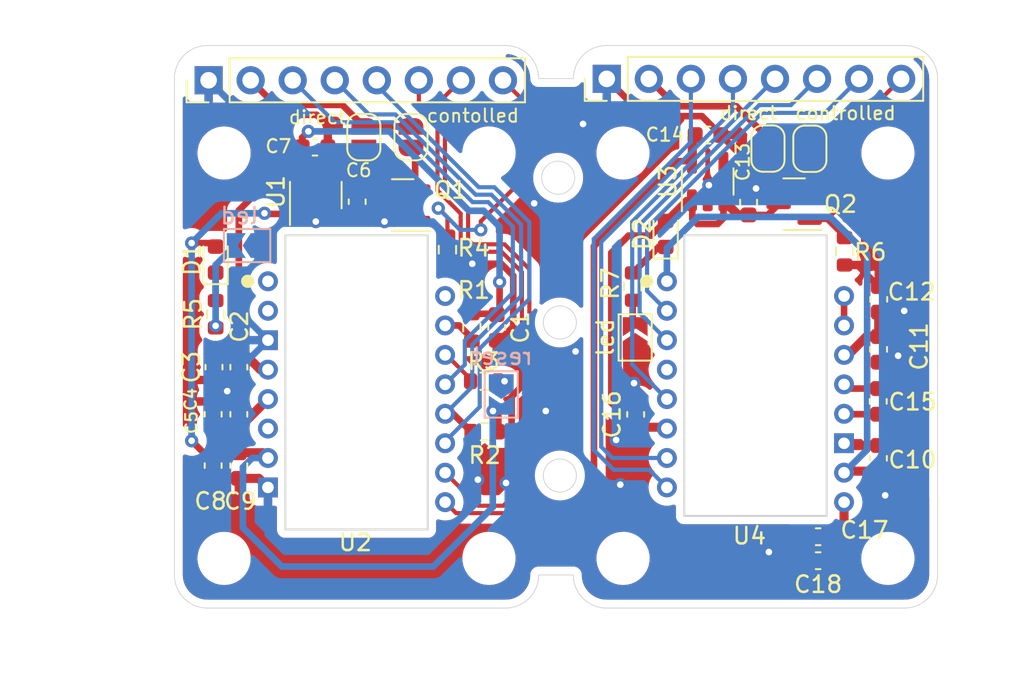
<source format=kicad_pcb>
(kicad_pcb (version 20211014) (generator pcbnew)
  (layers (0 "F.Cu" signal) (31 "B.Cu" signal) (34 "B.Paste" user) (35 "F.Paste" user) (36 "B.SilkS" user "B.Silkscreen") (37 "F.SilkS" user "F.Silkscreen") (38 "B.Mask" user) (39 "F.Mask" user) (44 "Edge.Cuts" user))
  (net 0 "")
  (net 1 "+1V8")
  (net 2 "GND")
  (net 3 "Net-(C4-Pad1)")
  (net 4 "+3.3VA")
  (net 5 "Net-(C10-Pad1)")
  (net 6 "+1V9")
  (net 7 "VCC_OUT")
  (net 8 "Net-(C15-Pad1)")
  (net 9 "Net-(C15-Pad2)")
  (net 10 "Net-(C17-Pad1)")
  (net 11 "Net-(D1-Pad1)")
  (net 12 "Net-(D2-Pad1)")
  (net 13 "+3V3")
  (net 14 "NCS")
  (net 15 "MISO")
  (net 16 "MOSI")
  (net 17 "SCLK")
  (net 18 "MOTION")
  (net 19 "VCC")
  (net 20 "NCS_2")
  (net 21 "SDIO_2")
  (net 22 "SCLK_2")
  (net 23 "RESET_2")
  (net 24 "MOTION_2")
  (net 25 "VCC_CUT")
  (net 26 "Net-(JP2-Pad1)")
  (net 27 "Net-(JP3-Pad2)")
  (net 28 "Net-(JP4-Pad2)")
  (net 29 "Net-(JP6-Pad2)")
  (net 30 "Net-(JP7-Pad2)")
  (net 31 "+3V3_CUT")
  (net 32 "Net-(R1-Pad2)")
  (net 33 "Net-(R3-Pad2)")
  (net 37 "Net-(U4-Pad15)")
  (footprint "Resistor_SMD:R_0603_1608Metric" (layer "F.Cu") (at 97.41 116.5 180)
    (fp_text reference "R2")
    (fp_text value "10k" hide)
  )
  (footprint "Package_TO_SOT_SMD:SOT-23-5" (layer "F.Cu") (at 87.21 102.2 90)
    (fp_text reference "U1")
    (fp_text value "TCR2EF19" hide)
  )
  (footprint "Resistor_SMD:R_0603_1608Metric" (layer "F.Cu") (at 95.16 105.5 90)
    (fp_text reference "R4")
    (fp_text value "2M" hide)
  )
  (footprint "Resistor_SMD:R_0603_1608Metric" (layer "F.Cu") (at 97.385 113.45 180)
    (fp_text reference "R3")
    (fp_text value "2M" hide)
  )
  (footprint "Package_TO_SOT_SMD:SOT-23-5" (layer "F.Cu") (at 110.88 101.38 90)
    (fp_text reference "U3")
    (fp_text value "TCR2EF19")
  )
  (footprint "Package_TO_SOT_SMD:SOT-23" (layer "F.Cu") (at 92.46 102.8 180)
    (fp_text reference "Q1")
    (fp_text value "AO3401A" hide)
  )
  (footprint "Jumper:SolderJumper-2_P1.3mm_Open_RoundedPad1.0x1.5mm" (layer "F.Cu") (at 117.05 99.4 -90)
    (fp_text reference "controlled")
    (fp_text value "SolderJumper_2_Open" hide)
  )
  (footprint "Capacitor_SMD:C_0603_1608Metric" (layer "F.Cu") (at 87.16 99.3)
    (fp_text reference "C7")
    (fp_text value "1u" hide)
  )
  (footprint "Capacitor_SMD:C_0603_1608Metric" (layer "F.Cu") (at 121.18 114.67 -90)
    (fp_text reference "C15")
    (fp_text value " 100n (X7R)")
  )
  (footprint "mylib:PMW3610" (layer "F.Cu") (at 108.416 107.41)
    (fp_text reference "U4")
    (fp_text value "PMW3610")
    (fp_line (start 1.05 14.18) (end 9.65 14.18) (layer "Edge.Cuts") (width 0.12))
    (fp_line (start 9.65 -2.78) (end 9.65 14.18) (layer "Edge.Cuts") (width 0.12))
    (fp_line (start 1.05 -2.78) (end 9.65 -2.78) (layer "Edge.Cuts") (width 0.12))
    (fp_line (start 1.05 -2.78) (end 1.05 14.18) (layer "Edge.Cuts") (width 0.12))
  )
  (footprint "Capacitor_SMD:C_0603_1608Metric" (layer "F.Cu") (at 117.55 124.3 180)
    (fp_text reference "C18")
    (fp_text value " 10n (X7R)")
  )
  (footprint "Capacitor_SMD:C_0603_1608Metric" (layer "F.Cu") (at 110.9 98.57)
    (fp_text reference "C14")
    (fp_text value "1u" hide)
  )
  (footprint "Capacitor_SMD:C_0603_1608Metric" (layer "F.Cu") (at 82.56 115.45 90)
    (fp_text reference "C5")
    (fp_text value "4.7u" hide)
  )
  (footprint "Capacitor_SMD:C_0603_1608Metric" (layer "F.Cu") (at 113.35 102.625 -90)
    (fp_text reference "C13")
    (fp_text value "0.1u" hide)
  )
  (footprint "Jumper:SolderJumper-2_P1.3mm_Open_RoundedPad1.0x1.5mm" (layer "F.Cu") (at 92.96 98.7 -90)
    (fp_text reference "contolled")
    (fp_text value "SolderJumper_2_Open")
  )
  (footprint "Capacitor_SMD:C_0603_1608Metric" (layer "F.Cu") (at 89.71 102.6 90)
    (fp_text reference "C6")
    (fp_text value "0.1u" hide)
  )
  (footprint "MountingHole:MountingHole_2.2mm_M2" (layer "F.Cu") (at 81.67 99.66)
    (fp_text reference "REF**" hide)
    (fp_text value "MountingHole_2.2mm_M2" hide)
  )
  (footprint "MountingHole:MountingHole_2.2mm_M2" (layer "F.Cu") (at 97.67 99.66)
    (fp_text reference "REF**" hide)
    (fp_text value "MountingHole_2.2mm_M2" hide)
  )
  (footprint "Package_TO_SOT_SMD:SOT-23" (layer "F.Cu") (at 116.1 102.75 180)
    (fp_text reference "Q2")
    (fp_text value "AO3401A" hide)
  )
  (footprint "Capacitor_SMD:C_0603_1608Metric" (layer "F.Cu") (at 121.19 118.11 90)
    (fp_text reference "C10")
    (fp_text value "10n")
  )
  (footprint "MountingHole:MountingHole_2.2mm_M2" (layer "F.Cu") (at 81.67 124.16)
    (fp_text reference "REF**" hide)
    (fp_text value "MountingHole_2.2mm_M2" hide)
  )
  (footprint "Connector_PinHeader_2.54mm:PinHeader_1x08_P2.54mm_Vertical" (layer "F.Cu") (at 80.735 95.26 90)
    (fp_text reference "J1" hide)
    (fp_text value "Conn_01x08" hide)
  )
  (footprint "MountingHole:MountingHole_2.2mm_M2" (layer "F.Cu") (at 121.766 99.66)
    (fp_text reference "REF**" hide)
    (fp_text value "MountingHole_2.2mm_M2" hide)
  )
  (footprint "Capacitor_SMD:C_0603_1608Metric" (layer "F.Cu") (at 81.01 118.55 -90)
    (fp_text reference "C8")
    (fp_text value "0.1u" hide)
  )
  (footprint "Connector_PinHeader_2.54mm:PinHeader_1x08_P2.54mm_Vertical" (layer "F.Cu") (at 104.785 95.175 90)
    (fp_text reference "J2" hide)
    (fp_text value "Conn_01x08" hide)
  )
  (footprint "Capacitor_SMD:C_0603_1608Metric" (layer "F.Cu") (at 98.135 110.2 -90)
    (fp_text reference "C1")
    (fp_text value "33u" hide)
  )
  (footprint "Resistor_SMD:R_0603_1608Metric" (layer "F.Cu") (at 106.35 107.73 -90)
    (fp_text reference "R7")
    (fp_text value "100")
  )
  (footprint "Jumper:SolderJumper-2_P1.3mm_Open_TrianglePad1.0x1.5mm" (layer "F.Cu") (at 106.5 110.805 90)
    (fp_text reference "led")
    (fp_text value "SolderJumper_2_Open")
  )
  (footprint "Capacitor_SMD:C_0603_1608Metric" (layer "F.Cu") (at 81.06 112.6 -90)
    (fp_text reference "C3")
    (fp_text value "10u" hide)
  )
  (footprint "Capacitor_SMD:C_0603_1608Metric" (layer "F.Cu") (at 117.55 122.85 180)
    (fp_text reference "C17")
    (fp_text value " 10u (X7R)")
  )
  (footprint "MountingHole:MountingHole_2.2mm_M2" (layer "F.Cu") (at 121.766 124.16)
    (fp_text reference "REF**" hide)
    (fp_text value "MountingHole_2.2mm_M2" hide)
  )
  (footprint "LED_SMD:LED_0603_1608Metric" (layer "F.Cu") (at 81.16 106.1 90)
    (fp_text reference "D1")
    (fp_text value "Orange" hide)
  )
  (footprint "Resistor_SMD:R_0603_1608Metric" (layer "F.Cu") (at 96.635 110.2 -90)
    (fp_text reference "R1")
    (fp_text value "5.6" hide)
  )
  (footprint "Capacitor_SMD:C_0603_1608Metric" (layer "F.Cu") (at 106.53 115.455 90)
    (fp_text reference "C16")
    (fp_text value "100n")
  )
  (footprint "Jumper:SolderJumper-2_P1.3mm_Open_RoundedPad1.0x1.5mm" (layer "F.Cu") (at 90.11 98.7 -90)
    (fp_text reference "direct")
    (fp_text value "SolderJumper_2_Open")
  )
  (footprint "Capacitor_SMD:C_0603_1608Metric" (layer "F.Cu") (at 81.01 115.45 90)
    (fp_text reference "C4")
    (fp_text value "0.1u" hide)
  )
  (footprint "MountingHole:MountingHole_2.2mm_M2" (layer "F.Cu") (at 97.67 124.16)
    (fp_text reference "REF**" hide)
    (fp_text value "MountingHole_2.2mm_M2" hide)
  )
  (footprint "mylib:PAW3395" (layer "F.Cu") (at 84.32 107.41)
    (fp_text reference "U2")
    (fp_text value "PAW3395")
    (fp_line (start 1.05 -2.78) (end 1.05 15) (layer "Edge.Cuts") (width 0.12))
    (fp_line (start 1.05 -2.78) (end 9.65 -2.78) (layer "Edge.Cuts") (width 0.12))
    (fp_line (start 1.05 15) (end 9.65 15) (layer "Edge.Cuts") (width 0.12))
    (fp_line (start 9.65 -2.78) (end 9.65 15) (layer "Edge.Cuts") (width 0.12))
  )
  (footprint "Capacitor_SMD:C_0603_1608Metric" (layer "F.Cu") (at 121.21 108.5 90)
    (fp_text reference "C12")
    (fp_text value "3.3u/16V")
  )
  (footprint "Capacitor_SMD:C_0603_1608Metric" (layer "F.Cu") (at 121.2 111.525 -90)
    (fp_text reference "C11")
    (fp_text value "100n")
  )
  (footprint "Capacitor_SMD:C_0603_1608Metric" (layer "F.Cu") (at 82.56 112.6 -90)
    (fp_text reference "C2")
    (fp_text value "0.1u" hide)
  )
  (footprint "Resistor_SMD:R_0603_1608Metric" (layer "F.Cu") (at 119.15 105.6 90)
    (fp_text reference "R6")
    (fp_text value "2M" hide)
  )
  (footprint "Resistor_SMD:R_0603_1608Metric" (layer "F.Cu") (at 81.16 109.4 -90)
    (fp_text reference "R5")
    (fp_text value "100" hide)
  )
  (footprint "Jumper:SolderJumper-2_P1.3mm_Open_RoundedPad1.0x1.5mm" (layer "F.Cu") (at 114.52 99.39 -90)
    (fp_text reference "direct")
    (fp_text value "SolderJumper_2_Open" hide)
  )
  (footprint "LED_SMD:LED_0603_1608Metric" (layer "F.Cu") (at 108.34 104.55 90)
    (fp_text reference "D2")
    (fp_text value "Orange")
  )
  (footprint "Capacitor_SMD:C_0603_1608Metric" (layer "F.Cu") (at 82.56 118.55 -90)
    (fp_text reference "C9")
    (fp_text value "10u" hide)
  )
  (footprint "MountingHole:MountingHole_2.2mm_M2" (layer "F.Cu") (at 105.766 124.16)
    (fp_text reference "REF**" hide)
    (fp_text value "MountingHole_2.2mm_M2" hide)
  )
  (footprint "MountingHole:MountingHole_2.2mm_M2" (layer "F.Cu") (at 105.766 99.66)
    (fp_text reference "REF**" hide)
    (fp_text value "MountingHole_2.2mm_M2" hide)
  )
  (footprint "Jumper:SolderJumper-2_P1.3mm_Open_TrianglePad1.0x1.5mm" (layer "B.Cu") (at 98.41 114.25 -90)
    (fp_text reference "reset")
    (fp_text value "SolderJumper_2_Open" hide)
  )
  (footprint "Jumper:SolderJumper-2_P1.3mm_Open_TrianglePad1.0x1.5mm" (layer "B.Cu") (at 83.06 105.25 180)
    (fp_text reference "led")
    (fp_text value "SolderJumper_2_Open" hide)
  )
  (gr_line (start 104.766 93.16) (end 122.766 93.16) (layer "Edge.Cuts") (width 0.05))
  (gr_arc (start 80.67 127.16) (mid 79.255786 126.574214) (end 78.67 125.16) (layer "Edge.Cuts") (width 0.05))
  (gr_arc (start 124.766 125.16) (mid 124.180214 126.574214) (end 122.766 127.16) (layer "Edge.Cuts") (width 0.05))
  (gr_arc (start 100.67 125.16) (mid 100.084214 126.574214) (end 98.67 127.16) (layer "Edge.Cuts") (width 0.05))
  (gr_arc (start 98.67 93.16) (mid 100.084214 93.745786) (end 100.67 95.16) (layer "Edge.Cuts") (width 0.05))
  (gr_circle (center 101.95 119.15) (end 102.95 119.15) (layer "Edge.Cuts") (width 0.05) (fill none))
  (gr_line (start 100.67 125.16) (end 102.766 125.16) (layer "Edge.Cuts") (width 0.05))
  (gr_circle (center 101.85 101.15) (end 102.85 101.15) (layer "Edge.Cuts") (width 0.05) (fill none))
  (gr_arc (start 104.766 127.16) (mid 103.351786 126.574214) (end 102.766 125.16) (layer "Edge.Cuts") (width 0.05))
  (gr_arc (start 122.766 93.16) (mid 124.180214 93.745786) (end 124.766 95.16) (layer "Edge.Cuts") (width 0.05))
  (gr_arc (start 78.67 95.16) (mid 79.255786 93.745786) (end 80.67 93.16) (layer "Edge.Cuts") (width 0.05))
  (gr_line (start 100.67 95.16) (end 102.766 95.16) (layer "Edge.Cuts") (width 0.05))
  (gr_line (start 122.766 127.16) (end 104.766 127.16) (layer "Edge.Cuts") (width 0.05))
  (gr_line (start 80.67 93.16) (end 98.67 93.16) (layer "Edge.Cuts") (width 0.05))
  (gr_line (start 78.67 125.16) (end 78.67 95.16) (layer "Edge.Cuts") (width 0.05))
  (gr_circle (center 101.95 109.9) (end 102.95 109.9) (layer "Edge.Cuts") (width 0.05) (fill none))
  (gr_line (start 124.766 95.16) (end 124.766 125.16) (layer "Edge.Cuts") (width 0.05))
  (gr_arc (start 102.766 95.16) (mid 103.351786 93.745786) (end 104.766 93.16) (layer "Edge.Cuts") (width 0.05))
  (gr_line (start 98.67 127.16) (end 80.67 127.16) (layer "Edge.Cuts") (width 0.05))
  (segment (start 83.86 112.75) (end 84.32 112.75) (width 0.55) (layer "F.Cu") (net 1))
  (segment (start 96.635 109.375) (end 98.085 109.375) (width 0.4) (layer "F.Cu") (net 1))
  (segment (start 86.26 99.425) (end 86.26 101.0625) (width 0.55) (layer "F.Cu") (net 1))
  (segment (start 98.085 109.375) (end 98.135 109.425) (width 0.55) (layer "F.Cu") (net 1))
  (segment (start 86.385 99.3) (end 86.385 98.725) (width 0.4) (layer "F.Cu") (net 1))
  (segment (start 98.26 109.375) (end 98.31 109.425) (width 0.4) (layer "F.Cu") (net 1))
  (segment (start 82.935 111.825) (end 83.86 112.75) (width 0.55) (layer "F.Cu") (net 1))
  (segment (start 82.56 111.825) (end 82.935 111.825) (width 0.55) (layer "F.Cu") (net 1))
  (segment (start 86.385 98.725) (end 86.76 98.35) (width 0.4) (layer "F.Cu") (net 1))
  (segment (start 98.31 109.425) (end 98.31 107.45) (width 0.4) (layer "F.Cu") (net 1))
  (segment (start 86.385 99.3) (end 86.26 99.425) (width 0.55) (layer "F.Cu") (net 1))
  (segment (start 82.56 103.125) (end 82.56 111.825) (width 0.4) (layer "F.Cu") (net 1))
  (segment (start 81.06 111.825) (end 82.56 111.825) (width 0.55) (layer "F.Cu") (net 1))
  (segment (start 86.385 99.3) (end 82.56 103.125) (width 0.4) (layer "F.Cu") (net 1))
  (via (at 98.31 107.45) (size 0.8) (drill 0.4) (layers "F.Cu" "B.Cu") (net 1))
  (via (at 86.76 98.35) (size 0.8) (drill 0.4) (layers "F.Cu" "B.Cu") (net 1))
  (segment (start 97.34952 103.14952) (end 98.31 104.11) (width 0.4) (layer "B.Cu") (net 1))
  (segment (start 98.31 104.11) (end 98.31 107.45) (width 0.4) (layer "B.Cu") (net 1))
  (segment (start 91.66178 98.35) (end 96.4613 103.14952) (width 0.4) (layer "B.Cu") (net 1))
  (segment (start 96.4613 103.14952) (end 97.34952 103.14952) (width 0.4) (layer "B.Cu") (net 1))
  (segment (start 86.76 98.35) (end 91.66178 98.35) (width 0.4) (layer "B.Cu") (net 1))
  (segment (start 98.31 110.975) (end 99.135 110.15) (width 0.4) (layer "F.Cu") (net 2))
  (segment (start 99.135 107.075) (end 98.41 106.35) (width 0.4) (layer "F.Cu") (net 2))
  (segment (start 106.55 120.2) (end 106.1 120.2) (width 0.4) (layer "F.Cu") (net 2))
  (segment (start 122.24 113.34) (end 122.24 116.285) (width 0.4) (layer "F.Cu") (net 2))
  (segment (start 116.775 124.3) (end 116.775 122.85) (width 0.55) (layer "F.Cu") (net 2))
  (segment (start 110.95 101.6) (end 110.88 101.67) (width 0.4) (layer "F.Cu") (net 2))
  (segment (start 104.785 95.175) (end 107.03952 97.42952) (width 0.4) (layer "F.Cu") (net 2))
  (segment (start 121.19 117.335) (end 121.46 117.335) (width 0.4) (layer "F.Cu") (net 2))
  (segment (start 97.4 119.4) (end 98.4995 119.4) (width 0.4) (layer "F.Cu") (net 2))
  (segment (start 81.86 114.05) (end 81.935 114.05) (width 0.4) (layer "F.Cu") (net 2))
  (segment (start 106.430701 113.569299) (end 106.53 113.668598) (width 0.4) (layer "F.Cu") (net 2))
  (segment (start 98.41 106.35) (end 96.66 106.35) (width 0.4) (layer "F.Cu") (net 2))
  (segment (start 81.01 119.325) (end 82.56 119.325) (width 0.55) (layer "F.Cu") (net 2))
  (segment (start 87.935 98.025) (end 87.935 99.3) (width 0.4) (layer "F.Cu") (net 2))
  (segment (start 97.4 119.4) (end 97.85 119.4) (width 0.4) (layer "F.Cu") (net 2))
  (segment (start 106.1 120.2) (end 105.6 119.7) (width 0.4) (layer "F.Cu") (net 2))
  (segment (start 106.53 111.56) (end 106.5 111.53) (width 0.4) (layer "F.Cu") (net 2))
  (segment (start 122.325 118.2) (end 122.325 119.625) (width 0.4) (layer "F.Cu") (net 2))
  (segment (start 97 119.4) (end 97.4 119.4) (width 0.4) (layer "F.Cu") (net 2))
  (segment (start 106.55 120.2) (end 110.125 123.775) (width 0.4) (layer "F.Cu") (net 2))
  (segment (start 110.53452 97.42952) (end 113.35 100.245) (width 0.4) (layer "F.Cu") (net 2))
  (segment (start 83.775 119.325) (end 84.32 119.87) (width 0.55) (layer "F.Cu") (net 2))
  (segment (start 110.88 101.67) (end 110.88 102.9375) (width 0.4) (layer "F.Cu") (net 2))
  (segment (start 99.585 112.25) (end 98.31 110.975) (width 0.4) (layer "F.Cu") (net 2))
  (segment (start 87.25952 97.34952) (end 87.935 98.025) (width 0.4) (layer "F.Cu") (net 2))
  (segment (start 107.03952 97.42952) (end 110.53452 97.42952) (width 0.4) (layer "F.Cu") (net 2))
  (segment (start 122.75 109.2) (end 122.685 109.2) (width 0.4) (layer "F.Cu") (net 2))
  (segment (start 121.2 112.3) (end 121.99 112.3) (width 0.4) (layer "F.Cu") (net 2))
  (segment (start 121.2 112.3) (end 122.24 113.34) (width 0.4) (layer "F.Cu") (net 2))
  (segment (start 99.135 110.15) (end 99.135 107.075) (width 0.4) (layer "F.Cu") (net 2))
  (segment (start 106.55 118.2) (end 106.55 120.2) (width 0.4) (layer "F.Cu") (net 2))
  (segment (start 81.935 114.05) (end 82.56 114.675) (width 0.4) (layer "F.Cu") (net 2))
  (segment (start 113.75 101.85) (end 113.8 101.8) (width 0.4) (layer "F.Cu") (net 2))
  (segment (start 119.15 106.425) (end 119.91 106.425) (width 0.4) (layer "F.Cu") (net 2))
  (segment (start 122.325 119.625) (end 121.6 120.35) (width 0.4) (layer "F.Cu") (net 2))
  (segment (start 98.4995 119.4) (end 98.6995 119.6) (width 0.4) (layer "F.Cu") (net 2))
  (segment (start 80.735 95.26) (end 82.82452 97.34952) (width 0.4) (layer "F.Cu") (net 2))
  (segment (start 81.06 113.375) (end 82.56 113.375) (width 0.55) (layer "F.Cu") (net 2))
  (segment (start 89.71 103.375) (end 90.135 103.8) (width 0.4) (layer "F.Cu") (net 2))
  (segment (start 95.185 106.35) (end 95.16 106.325) (width 0.4) (layer "F.Cu") (net 2))
  (segment (start 122.24 116.285) (end 121.19 117.335) (width 0.4) (layer "F.Cu") (net 2))
  (segment (start 82.56 119.325) (end 83.775 119.325) (width 0.55) (layer "F.Cu") (net 2))
  (segment (start 82.56 113.375) (end 82.56 114.675) (width 0.55) (layer "F.Cu") (net 2))
  (segment (start 97.85 119.4) (end 99.035 118.215) (width 0.4) (layer "F.Cu") (net 2))
  (segment (start 99.585 113.825) (end 99.585 112.25) (width 0.4) (layer "F.Cu") (net 2))
  (segment (start 105.35 117) (end 106.55 118.2) (width 0.4) (layer "F.Cu") (net 2))
  (segment (start 121.99 112.3) (end 122.38 111.91) (width 0.4) (layer "F.Cu") (net 2))
  (segment (start 99.035 118.215) (end 99.035 114.375) (width 0.4) (layer "F.Cu") (net 2))
  (segment (start 113.35 101.85) (end 113.75 101.85) (width 0.4) (layer "F.Cu") (net 2))
  (segment (start 82.82452 97.34952) (end 87.25952 97.34952) (width 0.4) (layer "F.Cu") (net 2))
  (segment (start 119.116 117.2) (end 119.251 117.335) (width 0.55) (layer "F.Cu") (net 2))
  (segment (start 119.91 106.425) (end 121.21 107.725) (width 0.4) (layer "F.Cu") (net 2))
  (segment (start 115.5 122.85) (end 116.775 122.85) (width 0.4) (layer "F.Cu") (net 2))
  (segment (start 113.35 100.245) (end 113.35 101.85) (width 0.4) (layer "F.Cu") (net 2))
  (segment (start 87.21 103.3375) (end 87.21 103.8) (width 0.4) (layer "F.Cu") (net 2))
  (segment (start 121.46 117.335) (end 122.325 118.2) (width 0.4) (layer "F.Cu") (net 2))
  (segment (start 96.66 106.35) (end 95.185 106.35) (width 0.4) (layer "F.Cu") (net 2))
  (segment (start 106.53 114.68) (end 106.53 111.56) (width 0.4) (layer "F.Cu") (net 2))
  (segment (start 81.01 114.675) (end 82.56 114.675) (width 0.55) (layer "F.Cu") (net 2))
  (segment (start 114.575 123.775) (end 115.5 122.85) (width 0.4) (layer "F.Cu") (net 2))
  (segment (start 99.035 114.375) (end 99.585 113.825) (width 0.4) (layer "F.Cu") (net 2))
  (segment (start 110.125 123.775) (end 114.575 123.775) (width 0.4) (layer "F.Cu") (net 2))
  (segment (start 90.135 103.8) (end 91.36 103.8) (width 0.4) (layer "F.Cu") (net 2))
  (segment (start 119.251 117.335) (end 121.19 117.335) (width 0.55) (layer "F.Cu") (net 2))
  (segment (start 106.53 113.668598) (end 106.53 114.68) (width 0.4) (layer "F.Cu") (net 2))
  (segment (start 122.685 109.2) (end 121.21 107.725) (width 0.4) (layer "F.Cu") (net 2))
  (via (at 97 119.4) (size 0.8) (drill 0.4) (layers "F.Cu" "B.Cu") (net 2))
  (via (at 113.8 101.8) (size 0.8) (drill 0.4) (layers "F.Cu" "B.Cu") (net 2))
  (via (at 81.86 114.05) (size 0.8) (drill 0.4) (layers "F.Cu" "B.Cu") (net 2))
  (via (at 110.95 101.6) (size 0.8) (drill 0.4) (layers "F.Cu" "B.Cu") (net 2))
  (via (at 100.4 102.7) (size 0.8) (drill 0.4) (layers "F.Cu" "B.Cu") (net 2))
  (via (at 101.1 115.25) (size 0.8) (drill 0.4) (layers "F.Cu" "B.Cu") (net 2))
  (via (at 87.21 103.8) (size 0.8) (drill 0.4) (layers "F.Cu" "B.Cu") (net 2))
  (via (at 96.66 106.35) (size 0.8) (drill 0.4) (layers "F.Cu" "B.Cu") (net 2))
  (via (at 122.75 109.2) (size 0.8) (drill 0.4) (layers "F.Cu" "B.Cu") (net 2))
  (via (at 105.35 117) (size 0.8) (drill 0.4) (layers "F.Cu" "B.Cu") (net 2))
  (via (at 106.430701 113.569299) (size 0.8) (drill 0.4) (layers "F.Cu" "B.Cu") (net 2))
  (via (at 98.6995 119.6) (size 0.8) (drill 0.4) (layers "F.Cu" "B.Cu") (net 2))
  (via (at 121.6 120.35) (size 0.8) (drill 0.4) (layers "F.Cu" "B.Cu") (net 2))
  (via (at 102.9 111.65) (size 0.8) (drill 0.4) (layers "F.Cu" "B.Cu") (net 2))
  (via (at 103.35 97.9) (size 0.8) (drill 0.4) (layers "F.Cu" "B.Cu") (net 2))
  (via (at 91.36 103.8) (size 0.8) (drill 0.4) (layers "F.Cu" "B.Cu") (net 2))
  (via (at 105.6 119.7) (size 0.8) (drill 0.4) (layers "F.Cu" "B.Cu") (net 2))
  (via (at 122.38 111.91) (size 0.8) (drill 0.4) (layers "F.Cu" "B.Cu") (net 2))
  (via (at 114.575 123.775) (size 0.8) (drill 0.4) (layers "F.Cu" "B.Cu") (net 2))
  (segment (start 84.32 110.97) (end 81.86 113.43) (width 0.4) (layer "B.Cu") (net 2))
  (segment (start 114.575 125.125) (end 114.575 123.775) (width 0.4) (layer "B.Cu") (net 2))
  (segment (start 83.785 106.075) (end 82.61 107.25) (width 0.4) (layer "B.Cu") (net 2))
  (segment (start 117.425 125.75) (end 115.2 125.75) (width 0.4) (layer "B.Cu") (net 2))
  (segment (start 97 119.4) (end 97 120.71) (width 0.4) (layer "B.Cu") (net 2))
  (segment (start 80.735 95.26) (end 87.21 101.735) (width 0.4) (layer "B.Cu") (net 2))
  (segment (start 94.8 105.7) (end 95.45 106.35) (width 0.4) (layer "B.Cu") (net 2))
  (segment (start 94.8 104.325) (end 94.8 105.7) (width 0.4) (layer "B.Cu") (net 2))
  (segment (start 117.39785 101.8) (end 122.75 107.15215) (width 0.4) (layer "B.Cu") (net 2))
  (segment (start 118.25 124.925) (end 117.425 125.75) (width 0.4) (layer "B.Cu") (net 2))
  (segment (start 106.430701 115.919299) (end 105.35 117) (width 0.4) (layer "B.Cu") (net 2))
  (segment (start 87.21 101.735) (end 87.21 103.8) (width 0.4) (layer "B.Cu") (net 2))
  (segment (start 122.75 109.2) (end 122.75 111.54) (width 0.4) (layer "B.Cu") (net 2))
  (segment (start 81.86 113.43) (end 81.86 114.05) (width 0.4) (layer "B.Cu") (net 2))
  (segment (start 82.61 107.25) (end 82.61 109.26) (width 0.4) (layer "B.Cu") (net 2))
  (segment (start 84.32 122.72) (end 84.32 119.87) (width 0.4) (layer "B.Cu") (net 2))
  (segment (start 87.21 103.8) (end 91.36 103.8) (width 0.4) (layer "B.Cu") (net 2))
  (segment (start 106.430701 113.569299) (end 106.430701 115.919299) (width 0.4) (layer "B.Cu") (net 2))
  (segment (start 122.75 107.15215) (end 122.75 109.2) (width 0.4) (layer "B.Cu") (net 2))
  (segment (start 118.25 123.7) (end 118.25 124.925) (width 0.4) (layer "B.Cu") (net 2))
  (segment (start 113.6 101.6) (end 113.8 101.8) (width 0.4) (layer "B.Cu") (net 2))
  (segment (start 122.75 111.54) (end 122.38 111.91) (width 0.4) (layer "B.Cu") (net 2))
  (segment (start 94.275 103.8) (end 94.8 104.325) (width 0.4) (layer "B.Cu") (net 2))
  (segment (start 83.785 105.25) (end 85.235 103.8) (width 0.4) (layer "B.Cu") (net 2))
  (segment (start 93.96 123.75) (end 85.35 123.75) (width 0.4) (layer "B.Cu") (net 2))
  (segment (start 91.36 103.8) (end 94.275 103.8) (width 0.4) (layer "B.Cu") (net 2))
  (segment (start 82.61 109.26) (end 84.32 110.97) (width 0.4) (layer "B.Cu") (net 2))
  (segment (start 83.785 105.25) (end 83.785 106.075) (width 0.4) (layer "B.Cu") (net 2))
  (segment (start 115.2 125.75) (end 114.575 125.125) (width 0.4) (layer "B.Cu") (net 2))
  (segment (start 121.6 120.35) (end 118.25 123.7) (width 0.4) (layer "B.Cu") (net 2))
  (segment (start 113.8 101.8) (end 117.39785 101.8) (width 0.4) (layer "B.Cu") (net 2))
  (segment (start 97 120.71) (end 93.96 123.75) (width 0.4) (layer "B.Cu") (net 2))
  (segment (start 95.45 106.35) (end 96.66 106.35) (width 0.4) (layer "B.Cu") (net 2))
  (segment (start 110.95 101.6) (end 113.6 101.6) (width 0.4) (layer "B.Cu") (net 2))
  (segment (start 85.235 103.8) (end 87.21 103.8) (width 0.4) (layer "B.Cu") (net 2))
  (segment (start 85.35 123.75) (end 84.32 122.72) (width 0.4) (layer "B.Cu") (net 2))
  (segment (start 82.625 116.225) (end 84.32 114.53) (width 0.55) (layer "F.Cu") (net 3))
  (segment (start 81.01 116.225) (end 82.56 116.225) (width 0.55) (layer "F.Cu") (net 3))
  (segment (start 82.56 116.225) (end 82.625 116.225) (width 0.55) (layer "F.Cu") (net 3))
  (segment (start 79.71 117.05) (end 80.435 117.775) (width 0.4) (layer "F.Cu") (net 4))
  (segment (start 86.26 103.3375) (end 86.26 102.5) (width 0.4) (layer "F.Cu") (net 4))
  (segment (start 84.11 103.3) (end 84.1475 103.3375) (width 0.4) (layer "F.Cu") (net 4))
  (segment (start 84.005 117.775) (end 84.32 118.09) (width 0.55) (layer "F.Cu") (net 4))
  (segment (start 88.16 103.375) (end 89.71 101.825) (width 0.55) (layer "F.Cu") (net 4))
  (segment (start 80.435 117.775) (end 81.01 117.775) (width 0.4) (layer "F.Cu") (net 4))
  (segment (start 89.71 99.75) (end 89.71 101.825) (width 0.4) (layer "F.Cu") (net 4))
  (segment (start 97.91 115.25) (end 98.235 115.575) (width 0.4) (layer "F.Cu") (net 4))
  (segment (start 82.56 117.775) (end 84.005 117.775) (width 0.55) (layer "F.Cu") (net 4))
  (segment (start 79.71 105.1) (end 80.9475 105.1) (width 0.4) (layer "F.Cu") (net 4))
  (segment (start 86.26 102.5) (end 86.61 102.15) (width 0.4) (layer "F.Cu") (net 4))
  (segment (start 86.61 102.15) (end 87.76 102.15) (width 0.4) (layer "F.Cu") (net 4))
  (segment (start 80.9475 105.1) (end 81.16 105.3125) (width 0.4) (layer "F.Cu") (net 4))
  (segment (start 88.16 102.55) (end 88.16 103.3375) (width 0.4) (layer "F.Cu") (net 4))
  (segment (start 90.5475 101.825) (end 91.5225 102.8) (width 0.4) (layer "F.Cu") (net 4))
  (segment (start 87.76 102.15) (end 88.16 102.55) (width 0.4) (layer "F.Cu") (net 4))
  (segment (start 89.71 101.825) (end 90.5475 101.825) (width 0.4) (layer "F.Cu") (net 4))
  (segment (start 84.1475 103.3375) (end 86.26 103.3375) (width 0.4) (layer "F.Cu") (net 4))
  (segment (start 98.235 115.575) (end 98.235 116.5) (width 0.4) (layer "F.Cu") (net 4))
  (segment (start 90.11 99.35) (end 89.71 99.75) (width 0.4) (layer "F.Cu") (net 4))
  (segment (start 81.01 117.775) (end 82.56 117.775) (width 0.55) (layer "F.Cu") (net 4))
  (via (at 79.71 105.1) (size 0.8) (drill 0.4) (layers "F.Cu" "B.Cu") (net 4))
  (via (at 84.11 103.3) (size 0.8) (drill 0.4) (layers "F.Cu" "B.Cu") (net 4))
  (via (at 79.71 117.05) (size 0.8) (drill 0.4) (layers "F.Cu" "B.Cu") (net 4))
  (via (at 97.91 115.25) (size 0.8) (drill 0.4) (layers "F.Cu" "B.Cu") (net 4))
  (segment (start 97.9 121.06) (end 97.9 115.485) (width 0.4) (layer "B.Cu") (net 4))
  (segment (start 97.91 115.25) (end 98.135 115.25) (width 0.25) (layer "B.Cu") (net 4))
  (segment (start 82.81 122.3) (end 85.16 124.65) (width 0.4) (layer "B.Cu") (net 4))
  (segment (start 81.51 103.3) (end 79.71 105.1) (width 0.4) (layer "B.Cu") (net 4))
  (segment (start 84.32 118.09) (end 83.37 118.09) (width 0.4) (layer "B.Cu") (net 4))
  (segment (start 97.9 115.485) (end 98.41 114.975) (width 0.4) (layer "B.Cu") (net 4))
  (segment (start 98.135 115.25) (end 98.41 114.975) (width 0.25) (layer "B.Cu") (net 4))
  (segment (start 85.16 124.65) (end 94.31 124.65) (width 0.4) (layer "B.Cu") (net 4))
  (segment (start 79.71 105.1) (end 79.71 117.05) (width 0.4) (layer "B.Cu") (net 4))
  (segment (start 84.11 103.3) (end 81.51 103.3) (width 0.4) (layer "B.Cu") (net 4))
  (segment (start 82.81 118.65) (end 82.81 122.3) (width 0.4) (layer "B.Cu") (net 4))
  (segment (start 94.31 124.65) (end 97.9 121.06) (width 0.4) (layer "B.Cu") (net 4))
  (segment (start 83.37 118.09) (end 82.81 118.65) (width 0.4) (layer "B.Cu") (net 4))
  (segment (start 119.116 118.98) (end 119.211 118.885) (width 0.55) (layer "F.Cu") (net 5))
  (segment (start 119.211 118.885) (end 121.19 118.885) (width 0.55) (layer "F.Cu") (net 5))
  (segment (start 110.29313 103.52) (end 118.27 103.52) (width 0.4) (layer "B.Cu") (net 5))
  (segment (start 108.416 105.39713) (end 110.29313 103.52) (width 0.4) (layer "B.Cu") (net 5))
  (segment (start 118.27 103.52) (end 120.51 105.76) (width 0.4) (layer "B.Cu") (net 5))
  (segment (start 108.416 107.41) (end 108.416 105.39713) (width 0.4) (layer "B.Cu") (net 5))
  (segment (start 120.51 105.76) (end 120.51 117.586) (width 0.4) (layer "B.Cu") (net 5))
  (segment (start 120.51 117.586) (end 119.116 118.98) (width 0.4) (layer "B.Cu") (net 5))
  (segment (start 122.35068 110.75) (end 121.2 110.75) (width 0.4) (layer "F.Cu") (net 6))
  (segment (start 109.95 100.15) (end 109.95 98.745) (width 0.55) (layer "F.Cu") (net 6))
  (segment (start 109.95 100.15) (end 109.15 100.15) (width 0.4) (layer "F.Cu") (net 6))
  (segment (start 122.3 121.45) (end 123.3 120.45) (width 0.4) (layer "F.Cu") (net 6))
  (segment (start 119.85 122.55) (end 120.95 121.45) (width 0.4) (layer "F.Cu") (net 6))
  (segment (start 109.95 98.745) (end 110.125 98.57) (width 0.55) (layer "F.Cu") (net 6))
  (segment (start 109.15 100.15) (end 104.01 105.29) (width 0.4) (layer "F.Cu") (net 6))
  (segment (start 123.3 111.69932) (end 122.35068 110.75) (width 0.4) (layer "F.Cu") (net 6))
  (segment (start 120.95 121.45) (end 122.3 121.45) (width 0.4) (layer "F.Cu") (net 6))
  (segment (start 121.21 109.275) (end 121.21 110.74) (width 0.55) (layer "F.Cu") (net 6))
  (segment (start 119.85 124.95) (end 119.85 122.55) (width 0.4) (layer "F.Cu") (net 6))
  (segment (start 104.01 119.51) (end 110.15 125.65) (width 0.4) (layer "F.Cu") (net 6))
  (segment (start 104.01 105.29) (end 104.01 119.51) (width 0.4) (layer "F.Cu") (net 6))
  (segment (start 119.116 111.86) (end 119.36 111.86) (width 0.55) (layer "F.Cu") (net 6))
  (segment (start 110.15 125.65) (end 119.15 125.65) (width 0.4) (layer "F.Cu") (net 6))
  (segment (start 123.3 120.45) (end 123.3 111.69932) (width 0.4) (layer "F.Cu") (net 6))
  (segment (start 119.15 125.65) (end 119.85 124.95) (width 0.4) (layer "F.Cu") (net 6))
  (segment (start 121.21 110.74) (end 121.2 110.75) (width 0.25) (layer "F.Cu") (net 6))
  (segment (start 120.47 110.75) (end 121.2 110.75) (width 0.55) (layer "F.Cu") (net 6))
  (segment (start 119.36 111.86) (end 120.47 110.75) (width 0.55) (layer "F.Cu") (net 6))
  (segment (start 105.06 114.76) (end 106.53 116.23) (width 0.4) (layer "F.Cu") (net 7))
  (segment (start 106.1 104.65) (end 105.06 105.69) (width 0.4) (layer "F.Cu") (net 7))
  (segment (start 114.5125 103.4) (end 115.1625 102.75) (width 0.4) (layer "F.Cu") (net 7))
  (segment (start 111.48 103.95) (end 111.83 103.6) (width 0.4) (layer "F.Cu") (net 7))
  (segment (start 109.95 103.64) (end 110.26 103.95) (width 0.4) (layer "F.Cu") (net 7))
  (segment (start 109.95 102.9575) (end 109.95 103.64) (width 0.4) (layer "F.Cu") (net 7))
  (segment (start 109.93 102.5175) (end 109.585 102.5175) (width 0.4) (layer "F.Cu") (net 7))
  (segment (start 111.83 102.5175) (end 112.7125 103.4) (width 0.55) (layer "F.Cu") (net 7))
  (segment (start 112.7125 103.4) (end 113.35 103.4) (width 0.55) (layer "F.Cu") (net 7))
  (segment (start 111.83 103.6) (end 111.83 102.9375) (width 0.4) (layer "F.Cu") (net 7))
  (segment (start 110.26 103.95) (end 111.48 103.95) (width 0.4) (layer "F.Cu") (net 7))
  (segment (start 107.4525 104.65) (end 106.1 104.65) (width 0.4) (layer "F.Cu") (net 7))
  (segment (start 109.585 102.5175) (end 107.4525 104.65) (width 0.4) (layer "F.Cu") (net 7))
  (segment (start 115.1625 100.6825) (end 114.52 100.04) (width 0.4) (layer "F.Cu") (net 7))
  (segment (start 105.06 105.69) (end 105.06 114.76) (width 0.4) (layer "F.Cu") (net 7))
  (segment (start 113.35 103.4) (end 114.5125 103.4) (width 0.4) (layer "F.Cu") (net 7))
  (segment (start 108.336 116.23) (end 108.416 116.31) (width 0.55) (layer "F.Cu") (net 7))
  (segment (start 115.1625 102.75) (end 115.1625 100.6825) (width 0.4) (layer "F.Cu") (net 7))
  (segment (start 106.53 116.23) (end 108.336 116.23) (width 0.55) (layer "F.Cu") (net 7))
  (segment (start 119.116 113.64) (end 119.371 113.895) (width 0.4) (layer "F.Cu") (net 8))
  (segment (start 119.371 113.895) (end 121.18 113.895) (width 0.4) (layer "F.Cu") (net 8))
  (segment (start 119.116 115.42) (end 119.141 115.445) (width 0.4) (layer "F.Cu") (net 9))
  (segment (start 119.141 115.445) (end 121.18 115.445) (width 0.4) (layer "F.Cu") (net 9))
  (segment (start 118.325 122.85) (end 119.116 122.059) (width 0.55) (layer "F.Cu") (net 10))
  (segment (start 119.116 122.059) (end 119.116 120.76) (width 0.55) (layer "F.Cu") (net 10))
  (segment (start 118.325 124.3) (end 118.325 122.85) (width 0.55) (layer "F.Cu") (net 10))
  (segment (start 81.16 106.8875) (end 81.16 108.575) (width 0.4) (layer "F.Cu") (net 11))
  (segment (start 107.9175 105.3375) (end 108.34 105.3375) (width 0.4) (layer "F.Cu") (net 12))
  (segment (start 106.35 106.905) (end 107.9175 105.3375) (width 0.4) (layer "F.Cu") (net 12))
  (segment (start 84.765 96.75) (end 88.81 96.75) (width 0.4) (layer "F.Cu") (net 13))
  (segment (start 88.81 96.75) (end 90.11 98.05) (width 0.4) (layer "F.Cu") (net 13))
  (segment (start 83.275 95.26) (end 84.765 96.75) (width 0.4) (layer "F.Cu") (net 13))
  (segment (start 90.11 98.05) (end 92.96 98.05) (width 0.4) (layer "F.Cu") (net 13))
  (segment (start 91.853564 97.8) (end 96.678564 102.625) (width 0.25) (layer "B.Cu") (net 14))
  (segment (start 99.11 104.11) (end 99.11 108.1) (width 0.25) (layer "B.Cu") (net 14))
  (segment (start 97.625 102.625) (end 99.11 104.11) (width 0.25) (layer "B.Cu") (net 14))
  (segment (start 88.355 97.8) (end 91.853564 97.8) (width 0.25) (layer "B.Cu") (net 14))
  (segment (start 96.21 111) (end 96.21 112.45) (width 0.25) (layer "B.Cu") (net 14))
  (segment (start 96.678564 102.625) (end 97.625 102.625) (width 0.25) (layer "B.Cu") (net 14))
  (segment (start 96.21 112.45) (end 95.02 113.64) (width 0.25) (layer "B.Cu") (net 14))
  (segment (start 85.815 95.26) (end 88.355 97.8) (width 0.25) (layer "B.Cu") (net 14))
  (segment (start 99.11 108.1) (end 96.21 111) (width 0.25) (layer "B.Cu") (net 14))
  (segment (start 95.02 115.42) (end 95.505 115.42) (width 0.4) (layer "F.Cu") (net 15))
  (segment (start 95.505 115.42) (end 96.585 116.5) (width 0.4) (layer "F.Cu") (net 15))
  (segment (start 99.61 108.3) (end 96.65952 111.25048) (width 0.25) (layer "B.Cu") (net 15))
  (segment (start 96.65952 113.78048) (end 95.02 115.42) (width 0.25) (layer "B.Cu") (net 15))
  (segment (start 97.811198 102.17548) (end 99.61 103.974282) (width 0.25) (layer "B.Cu") (net 15))
  (segment (start 92.014282 97.325) (end 96.864762 102.17548) (width 0.25) (layer "B.Cu") (net 15))
  (segment (start 96.65952 111.25048) (end 96.65952 113.78048) (width 0.25) (layer "B.Cu") (net 15))
  (segment (start 96.864762 102.17548) (end 97.811198 102.17548) (width 0.25) (layer "B.Cu") (net 15))
  (segment (start 99.61 103.974282) (end 99.61 108.3) (width 0.25) (layer "B.Cu") (net 15))
  (segment (start 88.355 95.26) (end 90.42 97.325) (width 0.25) (layer "B.Cu") (net 15))
  (segment (start 90.42 97.325) (end 92.014282 97.325) (width 0.25) (layer "B.Cu") (net 15))
  (segment (start 95.02 117.2) (end 95.02 117.09) (width 0.25) (layer "B.Cu") (net 16))
  (segment (start 100.11 108.475) (end 100.11 103.838564) (width 0.25) (layer "B.Cu") (net 16))
  (segment (start 97.10904 115.00096) (end 97.10904 111.47596) (width 0.25) (layer "B.Cu") (net 16))
  (segment (start 95.02 117.09) (end 97.10904 115.00096) (width 0.25) (layer "B.Cu") (net 16))
  (segment (start 97.10904 111.47596) (end 100.11 108.475) (width 0.25) (layer "B.Cu") (net 16))
  (segment (start 100.11 103.838564) (end 97.997396 101.72596) (width 0.25) (layer "B.Cu") (net 16))
  (segment (start 90.895 95.57) (end 90.895 95.26) (width 0.25) (layer "B.Cu") (net 16))
  (segment (start 97.05096 101.72596) (end 90.895 95.57) (width 0.25) (layer "B.Cu") (net 16))
  (segment (start 97.997396 101.72596) (end 97.05096 101.72596) (width 0.25) (layer "B.Cu") (net 16))
  (segment (start 99.60048 114.551305) (end 99.60048 119.913802) (width 0.25) (layer "F.Cu") (net 17))
  (segment (start 99.31 111.233216) (end 100.10952 112.032737) (width 0.25) (layer "F.Cu") (net 17))
  (segment (start 95.95952 103.320238) (end 95.95952 105.08452) (width 0.25) (layer "F.Cu") (net 17))
  (segment (start 96.50049 105.625489) (end 98.427272 105.625489) (width 0.25) (layer "F.Cu") (net 17))
  (segment (start 99.65952 110.367263) (end 99.31 110.716784) (width 0.25) (layer "F.Cu") (net 17))
  (segment (start 93.435 96.55) (end 94.56 97.675) (width 0.25) (layer "F.Cu") (net 17))
  (segment (start 97.015 120.975) (end 95.02 118.98) (width 0.25) (layer "F.Cu") (net 17))
  (segment (start 99.65952 106.857737) (end 99.65952 110.367263) (width 0.25) (layer "F.Cu") (net 17))
  (segment (start 94.56 97.675) (end 94.56 101.920718) (width 0.25) (layer "F.Cu") (net 17))
  (segment (start 100.10952 112.032737) (end 100.10952 114.042264) (width 0.25) (layer "F.Cu") (net 17))
  (segment (start 93.435 95.26) (end 93.435 96.55) (width 0.25) (layer "F.Cu") (net 17))
  (segment (start 95.95952 105.08452) (end 96.50049 105.625489) (width 0.25) (layer "F.Cu") (net 17))
  (segment (start 99.31 110.716784) (end 99.31 111.233216) (width 0.25) (layer "F.Cu") (net 17))
  (segment (start 98.427272 105.625489) (end 99.65952 106.857737) (width 0.25) (layer "F.Cu") (net 17))
  (segment (start 94.56 101.920718) (end 95.95952 103.320238) (width 0.25) (layer "F.Cu") (net 17))
  (segment (start 100.10952 114.042264) (end 99.60048 114.551305) (width 0.25) (layer "F.Cu") (net 17))
  (segment (start 99.60048 119.913802) (end 98.539282 120.975) (width 0.25) (layer "F.Cu") (net 17))
  (segment (start 98.539282 120.975) (end 97.015 120.975) (width 0.25) (layer "F.Cu") (net 17))
  (segment (start 95.975 95.26) (end 95 96.235) (width 0.25) (layer "F.Cu") (net 18))
  (segment (start 99.75952 111.047019) (end 100.559039 111.846538) (width 0.25) (layer "F.Cu") (net 18))
  (segment (start 100.55904 114.228462) (end 100.05 114.737502) (width 0.25) (layer "F.Cu") (net 18))
  (segment (start 99.75952 110.90298) (end 99.75952 111.047019) (width 0.25) (layer "F.Cu") (net 18))
  (segment (start 100.10904 106.67154) (end 100.10904 110.55346) (width 0.25) (layer "F.Cu") (net 18))
  (segment (start 98.613469 105.175969) (end 100.10904 106.67154) (width 0.25) (layer "F.Cu") (net 18))
  (segment (start 95 96.235) (end 95 97.479282) (width 0.25) (layer "F.Cu") (net 18))
  (segment (start 100.05 114.737502) (end 100.05 120.1) (width 0.25) (layer "F.Cu") (net 18))
  (segment (start 95.00952 101.73452) (end 96.40904 103.13404) (width 0.25) (layer "F.Cu") (net 18))
  (segment (start 100.10904 110.55346) (end 99.75952 110.90298) (width 0.25) (layer "F.Cu") (net 18))
  (segment (start 96.40904 103.13404) (end 96.40904 104.898322) (width 0.25) (layer "F.Cu") (net 18))
  (segment (start 96.686687 105.175969) (end 98.613469 105.175969) (width 0.25) (layer "F.Cu") (net 18))
  (segment (start 95.68452 121.42452) (end 95.02 120.76) (width 0.25) (layer "F.Cu") (net 18))
  (segment (start 100.05 120.1) (end 98.72548 121.42452) (width 0.25) (layer "F.Cu") (net 18))
  (segment (start 95 97.479282) (end 95.00952 97.488803) (width 0.25) (layer "F.Cu") (net 18))
  (segment (start 98.72548 121.42452) (end 95.68452 121.42452) (width 0.25) (layer "F.Cu") (net 18))
  (segment (start 95.00952 97.488803) (end 95.00952 101.73452) (width 0.25) (layer "F.Cu") (net 18))
  (segment (start 96.40904 104.898322) (end 96.686687 105.175969) (width 0.25) (layer "F.Cu") (net 18))
  (segment (start 100.559039 111.846538) (end 100.55904 114.228462) (width 0.25) (layer "F.Cu") (net 18))
  (segment (start 114.71 98.93) (end 116.54 98.93) (width 0.4) (layer "F.Cu") (net 19))
  (segment (start 112.61 96.83) (end 114.71 98.93) (width 0.4) (layer "F.Cu") (net 19))
  (segment (start 108.98 96.83) (end 112.61 96.83) (width 0.4) (layer "F.Cu") (net 19))
  (segment (start 107.325 95.175) (end 108.98 96.83) (width 0.4) (layer "F.Cu") (net 19))
  (segment (start 106.31952 112.43352) (end 108.416 114.53) (width 0.25) (layer "B.Cu") (net 20))
  (segment (start 114.945 95.175) (end 106.31952 103.80048) (width 0.25) (layer "B.Cu") (net 20))
  (segment (start 106.31952 103.80048) (end 106.31952 112.43352) (width 0.25) (layer "B.Cu") (net 20))
  (segment (start 120.025 95.175) (end 117.97 97.23) (width 0.25) (layer "B.Cu") (net 21))
  (segment (start 114.161436 97.23) (end 107.21856 104.172876) (width 0.25) (layer "B.Cu") (net 21))
  (segment (start 107.21856 104.172876) (end 107.21856 107.99256) (width 0.25) (layer "B.Cu") (net 21))
  (segment (start 117.97 97.23) (end 114.161436 97.23) (width 0.25) (layer "B.Cu") (net 21))
  (segment (start 107.21856 107.99256) (end 108.416 109.19) (width 0.25) (layer "B.Cu") (net 21))
  (segment (start 113.995718 96.76) (end 106.76904 103.986678) (width 0.25) (layer "B.Cu") (net 22))
  (segment (start 106.76904 109.32304) (end 108.416 110.97) (width 0.25) (layer "B.Cu") (net 22))
  (segment (start 106.76904 103.986678) (end 106.76904 109.32304) (width 0.25) (layer "B.Cu") (net 22))
  (segment (start 115.9 96.76) (end 113.995718 96.76) (width 0.25) (layer "B.Cu") (net 22))
  (segment (start 117.485 95.175) (end 115.9 96.76) (width 0.25) (layer "B.Cu") (net 22))
  (segment (start 104.44952 105.034762) (end 104.44952 117.413802) (width 0.25) (layer "B.Cu") (net 23))
  (segment (start 112.405 97.079282) (end 104.44952 105.034762) (width 0.25) (layer "B.Cu") (net 23))
  (segment (start 104.44952 117.413802) (end 105.125718 118.09) (width 0.25) (layer "B.Cu") (net 23))
  (segment (start 112.405 95.175) (end 112.405 97.079282) (width 0.25) (layer "B.Cu") (net 23))
  (segment (start 105.125718 118.09) (end 108.416 118.09) (width 0.25) (layer "B.Cu") (net 23))
  (segment (start 109.865 98.983564) (end 104 104.848564) (width 0.25) (layer "B.Cu") (net 24))
  (segment (start 109.865 95.175) (end 109.865 98.983564) (width 0.25) (layer "B.Cu") (net 24))
  (segment (start 104 104.848564) (end 104 117.6) (width 0.25) (layer "B.Cu") (net 24))
  (segment (start 104 117.6) (end 105.2 118.8) (width 0.25) (layer "B.Cu") (net 24))
  (segment (start 107.346 118.8) (end 108.416 119.87) (width 0.25) (layer "B.Cu") (net 24))
  (segment (start 105.2 118.8) (end 107.346 118.8) (width 0.25) (layer "B.Cu") (net 24))
  (segment (start 118.52 99.22) (end 122.565 95.175) (width 0.25) (layer "F.Cu") (net 25))
  (segment (start 118.52 103.24) (end 118.52 99.22) (width 0.25) (layer "F.Cu") (net 25))
  (segment (start 118.06 103.7) (end 118.52 103.24) (width 0.25) (layer "F.Cu") (net 25))
  (segment (start 118.075 103.7) (end 119.15 104.775) (width 0.25) (layer "F.Cu") (net 25))
  (segment (start 117.0375 103.7) (end 118.06 103.7) (width 0.25) (layer "F.Cu") (net 25))
  (segment (start 117.0375 103.7) (end 118.075 103.7) (width 0.25) (layer "F.Cu") (net 25))
  (segment (start 98.21 113.45) (end 98.61 113.45) (width 0.4) (layer "F.Cu") (net 26))
  (via (at 98.61 113.45) (size 0.8) (drill 0.4) (layers "F.Cu" "B.Cu") (net 26))
  (via (at 81.16 110.1) (size 0.8) (drill 0.4) (layers "F.Cu" "B.Cu") (net 27))
  (segment (start 81.16 106.425) (end 81.16 110.1) (width 0.4) (layer "B.Cu") (net 27))
  (segment (start 82.335 105.25) (end 81.16 106.425) (width 0.4) (layer "B.Cu") (net 27))
  (segment (start 93.21 101.6625) (end 93.3975 101.85) (width 0.4) (layer "F.Cu") (net 28))
  (segment (start 93.21 99.6) (end 93.21 101.6625) (width 0.4) (layer "F.Cu") (net 28))
  (segment (start 92.96 99.35) (end 93.21 99.6) (width 0.4) (layer "F.Cu") (net 28))
  (segment (start 106.45 110.095) (end 106.35 109.995) (width 0.4) (layer "F.Cu") (net 29))
  (segment (start 106.35 109.995) (end 106.35 108.615) (width 0.4) (layer "F.Cu") (net 29))
  (segment (start 106.35 108.615) (end 106.41 108.555) (width 0.4) (layer "F.Cu") (net 29))
  (segment (start 117.0375 100.0625) (end 117.0375 101.8) (width 0.4) (layer "F.Cu") (net 30))
  (segment (start 117.05 100.05) (end 117.0375 100.0625) (width 0.4) (layer "F.Cu") (net 30))
  (segment (start 97.175 103.785) (end 99.585 101.375) (width 0.25) (layer "F.Cu") (net 31))
  (segment (start 95.16 103.545316) (end 95.16 104.675) (width 0.25) (layer "F.Cu") (net 31))
  (segment (start 93.3975 103.75) (end 94.235 103.75) (width 0.25) (layer "F.Cu") (net 31))
  (segment (start 94.607342 102.992658) (end 95.16 103.545316) (width 0.25) (layer "F.Cu") (net 31))
  (segment (start 94.235 103.75) (end 95.16 104.675) (width 0.25) (layer "F.Cu") (net 31))
  (segment (start 99.585 101.375) (end 99.585 96.33) (width 0.25) (layer "F.Cu") (net 31))
  (segment (start 97.175 104.3) (end 97.175 103.785) (width 0.25) (layer "F.Cu") (net 31))
  (segment (start 99.585 96.33) (end 98.515 95.26) (width 0.25) (layer "F.Cu") (net 31))
  (via (at 94.607342 102.992658) (size 0.8) (drill 0.4) (layers "F.Cu" "B.Cu") (net 31))
  (via (at 97.175 104.3) (size 0.8) (drill 0.4) (layers "F.Cu" "B.Cu") (net 31))
  (segment (start 95.914684 104.3) (end 97.175 104.3) (width 0.25) (layer "B.Cu") (net 31))
  (segment (start 94.607342 102.992658) (end 95.914684 104.3) (width 0.25) (layer "B.Cu") (net 31))
  (segment (start 95.865 110.08) (end 96.635 110.85) (width 0.4) (layer "F.Cu") (net 32))
  (segment (start 96.635 110.85) (end 96.635 111.025) (width 0.4) (layer "F.Cu") (net 32))
  (segment (start 95.02 110.08) (end 95.865 110.08) (width 0.4) (layer "F.Cu") (net 32))
  (segment (start 95.02 111.86) (end 95.095 111.86) (width 0.25) (layer "F.Cu") (net 33))
  (segment (start 95.095 111.86) (end 96.685 113.45) (width 0.25) (layer "F.Cu") (net 33))
  (segment (start 119.116 108.3) (end 119.116 110.08) (width 0.4) (layer "F.Cu") (net 37))
  (zone (net 2) (net_name "GND") (layers F&B.Cu) (connect_pads (clearance 0.508)) (min_thickness 0.254) (fill yes (thermal_gap 0.508) (thermal_bridge_width 0.508))
    (polygon (pts (xy 129.45 91.2) (xy 130 132.6) (xy 75.7 131.8) (xy 76 90.95)))
  )
)
</source>
